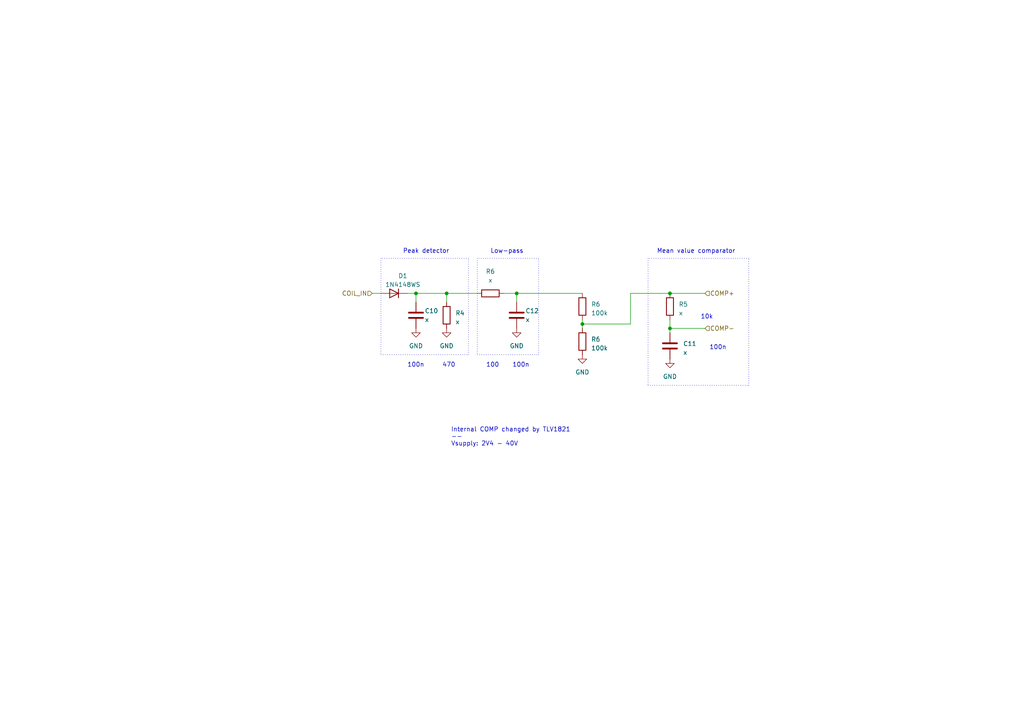
<source format=kicad_sch>
(kicad_sch (version 20230121) (generator eeschema)
  (paper "A4")
  (lib_symbols
    (symbol "Device:C" (pin_numbers hide) (pin_names (offset 0.254))
      (property "Reference" "C" (at 0.635 2.54 0))
      (property "Value" "C" (at 0.635 -2.54 0))
      (symbol "C_0_1"
        (polyline (pts (xy -2.032 -0.762) (xy 2.032 -0.762)) (stroke (width 0.508)))
        (polyline (pts (xy -2.032 0.762) (xy 2.032 0.762)) (stroke (width 0.508)))
      )
      (symbol "C_1_1"
        (pin passive line (at 0 3.81 270) (length 2.794) (name "~") (number "1"))
        (pin passive line (at 0 -3.81 90) (length 2.794) (name "~") (number "2"))
      )
    )
    (symbol "Device:R" (pin_numbers hide) (pin_names (offset 0))
      (property "Reference" "R" (at 2.032 0 90))
      (property "Value" "R" (at 0 0 90))
      (symbol "R_0_1"
        (rectangle (start -1.016 -2.54) (end 1.016 2.54) (stroke (width 0.254)))
      )
      (symbol "R_1_1"
        (pin passive line (at 0 3.81 270) (length 1.27) (name "~") (number "1"))
        (pin passive line (at 0 -3.81 90) (length 1.27) (name "~") (number "2"))
      )
    )
    (symbol "Diode:1N4148WS" (pin_numbers hide) (pin_names hide)
      (property "Reference" "D" (at 0 2.54 0))
      (property "Value" "1N4148WS" (at 0 -2.54 0))
      (symbol "1N4148WS_0_1"
        (polyline (pts (xy -1.27 1.27) (xy -1.27 -1.27)) (stroke (width 0.254)))
        (polyline (pts (xy 1.27 0) (xy -1.27 0)))
        (polyline (pts (xy 1.27 1.27) (xy 1.27 -1.27) (xy -1.27 0) (xy 1.27 1.27)) (stroke (width 0.254)))
      )
      (symbol "1N4148WS_1_1"
        (pin passive line (at -3.81 0 0) (length 2.54) (name "K") (number "1"))
        (pin passive line (at 3.81 0 180) (length 2.54) (name "A") (number "2"))
      )
    )
    (symbol "power:GND" (power) (pin_names (offset 0))
      (property "Value" "GND" (at 0 -3.81 0))
      (symbol "GND_0_1"
        (polyline (pts (xy 0 0) (xy 0 -1.27) (xy 1.27 -1.27) (xy 0 -2.54) (xy -1.27 -1.27) (xy 0 -1.27)))
      )
      (symbol "GND_1_1"
        (pin power_in line (at 0 0 270) (length 0) hide (name "GND") (number "1"))
      )
    )
  )
  (junction (at 168.91 93.98))
  (junction (at 194.31 85.09))
  (junction (at 149.86 85.09))
  (junction (at 129.54 85.09))
  (junction (at 120.65 85.09))
  (junction (at 194.31 95.25))
  (wire (pts (xy 194.31 85.09) (xy 204.47 85.09)))
  (wire (pts (xy 182.88 85.09) (xy 194.31 85.09)))
  (wire (pts (xy 107.95 85.09) (xy 110.49 85.09)))
  (wire (pts (xy 120.65 85.09) (xy 129.54 85.09)))
  (polyline (pts (xy 217.17 74.93) (xy 187.96 74.93)) (stroke (width 0) (type dot)))
  (wire (pts (xy 182.88 93.98) (xy 182.88 85.09)))
  (wire (pts (xy 149.86 85.09) (xy 149.86 87.63)))
  (wire (pts (xy 194.31 92.71) (xy 194.31 95.25)))
  (wire (pts (xy 129.54 85.09) (xy 138.43 85.09)))
  (wire (pts (xy 118.11 85.09) (xy 120.65 85.09)))
  (wire (pts (xy 129.54 85.09) (xy 129.54 87.63)))
  (wire (pts (xy 194.31 95.25) (xy 194.31 96.52)))
  (polyline (pts (xy 138.43 74.93) (xy 138.43 102.87)) (stroke (width 0) (type dot)))
  (polyline (pts (xy 110.49 74.93) (xy 110.49 102.87)) (stroke (width 0) (type dot)))
  (wire (pts (xy 168.91 93.98) (xy 182.88 93.98)))
  (polyline (pts (xy 135.89 102.87) (xy 135.89 74.93)) (stroke (width 0) (type dot)))
  (polyline (pts (xy 135.89 74.93) (xy 110.49 74.93)) (stroke (width 0) (type dot)))
  (wire (pts (xy 146.05 85.09) (xy 149.86 85.09)))
  (wire (pts (xy 194.31 95.25) (xy 204.47 95.25)))
  (wire (pts (xy 149.86 85.09) (xy 168.91 85.09)))
  (polyline (pts (xy 138.43 102.87) (xy 156.21 102.87)) (stroke (width 0) (type dot)))
  (polyline (pts (xy 217.17 111.76) (xy 217.17 74.93)) (stroke (width 0) (type dot)))
  (wire (pts (xy 168.91 92.71) (xy 168.91 93.98)))
  (wire (pts (xy 120.65 85.09) (xy 120.65 87.63)))
  (polyline (pts (xy 110.49 102.87) (xy 135.89 102.87)) (stroke (width 0) (type dot)))
  (wire (pts (xy 168.91 93.98) (xy 168.91 95.25)))
  (polyline (pts (xy 187.96 74.93) (xy 187.96 111.76)) (stroke (width 0) (type dot)))
  (polyline (pts (xy 187.96 111.76) (xy 217.17 111.76)) (stroke (width 0) (type dot)))
  (polyline (pts (xy 156.21 102.87) (xy 156.21 74.93)) (stroke (width 0) (type dot)))
  (polyline (pts (xy 156.21 74.93) (xy 138.43 74.93)) (stroke (width 0) (type dot)))
  (text "Internal COMP changed by TLV1821\n--\nVsupply: 2V4 - 40V" (at 130.81 129.54 0) (effects (font (size 1.27 1.27)) (justify left bottom)))
  (text "100n" (at 205.74 101.6 0) (effects (font (size 1.27 1.27)) (justify left bottom)))
  (text "100n" (at 118.11 106.68 0) (effects (font (size 1.27 1.27)) (justify left bottom)))
  (text "100n" (at 148.59 106.68 0) (effects (font (size 1.27 1.27)) (justify left bottom)))
  (text "10k" (at 203.2 92.71 0) (effects (font (size 1.27 1.27)) (justify left bottom)))
  (text "Low-pass" (at 142.24 73.66 0) (effects (font (size 1.27 1.27)) (justify left bottom)))
  (text "100" (at 140.97 106.68 0) (effects (font (size 1.27 1.27)) (justify left bottom)))
  (text "Peak detector" (at 116.84 73.66 0) (effects (font (size 1.27 1.27)) (justify left bottom)))
  (text "Mean value comparator" (at 190.5 73.66 0) (effects (font (size 1.27 1.27)) (justify left bottom)))
  (text "470" (at 128.27 106.68 0) (effects (font (size 1.27 1.27)) (justify left bottom)))
  (hierarchical_label "COIL_IN" (shape input) (at 107.95 85.09 180))
  (hierarchical_label "COMP-" (shape input) (at 204.47 95.25 0))
  (hierarchical_label "COMP+" (shape input) (at 204.47 85.09 0))
  (symbol (lib_id "power:GND") (at 168.91 102.87 0) (unit 1)
    (property "Reference" "#PWR014" (effects hide))
    (property "Value" "GND" (at 168.91 107.95 0))
    (instances (project "mcu" (path "" (reference "#PWR014") (unit 1))) (project "driver_prereg_combined" (path "" (reference "#PWR022") (unit 1))))
  )
  (symbol (lib_id "Device:C") (at 120.65 91.44 0) (unit 1)
    (property "Reference" "C10" (at 123.19 90.17 0) (effects (justify left)))
    (property "Value" "x" (at 123.19 92.71 0) (effects (justify left)))
    (property "Footprint" "Capacitor_SMD:C_0603_1608Metric_Pad1.08x0.95mm_HandSolder" (effects hide))
    (instances (project "mcu" (path "" (reference "C10") (unit 1))) (project "driver_prereg_combined" (path "" (reference "C36") (unit 1))))
  )
  (symbol (lib_id "Device:C") (at 194.31 100.33 0) (unit 1)
    (property "Reference" "C11" (at 198.12 99.695 0) (effects (justify left)))
    (property "Value" "x" (at 198.12 102.235 0) (effects (justify left)))
    (property "Footprint" "Capacitor_SMD:C_0603_1608Metric_Pad1.08x0.95mm_HandSolder" (effects hide))
    (instances (project "mcu" (path "" (reference "C11") (unit 1))) (project "driver_prereg_combined" (path "" (reference "C38") (unit 1))))
  )
  (symbol (lib_id "Device:R") (at 129.54 91.44 0) (unit 1)
    (property "Reference" "R4" (at 132.08 90.805 0) (effects (justify left)))
    (property "Value" "x" (at 132.08 93.345 0) (effects (justify left)))
    (property "Footprint" "Resistor_SMD:R_0603_1608Metric_Pad0.98x0.95mm_HandSolder" (effects hide))
    (instances (project "mcu" (path "" (reference "R4") (unit 1))) (project "driver_prereg_combined" (path "" (reference "R21") (unit 1))))
  )
  (symbol (lib_id "Device:R") (at 194.31 88.9 0) (unit 1)
    (property "Reference" "R5" (at 196.85 88.265 0) (effects (justify left)))
    (property "Value" "x" (at 196.85 90.805 0) (effects (justify left)))
    (property "Footprint" "Resistor_SMD:R_0603_1608Metric_Pad0.98x0.95mm_HandSolder" (effects hide))
    (instances (project "mcu" (path "" (reference "R5") (unit 1))) (project "driver_prereg_combined" (path "" (reference "R23") (unit 1))))
  )
  (symbol (lib_id "power:GND") (at 194.31 104.14 0) (unit 1)
    (property "Reference" "#PWR014" (effects hide))
    (property "Value" "GND" (at 194.31 109.22 0))
    (instances (project "mcu" (path "" (reference "#PWR014") (unit 1))) (project "driver_prereg_combined" (path "" (reference "#PWR050") (unit 1))))
  )
  (symbol (lib_id "power:GND") (at 149.86 95.25 0) (unit 1)
    (property "Reference" "#PWR015" (effects hide))
    (property "Value" "GND" (at 149.86 100.33 0))
    (instances (project "mcu" (path "" (reference "#PWR015") (unit 1))) (project "driver_prereg_combined" (path "" (reference "#PWR049") (unit 1))))
  )
  (symbol (lib_id "power:GND") (at 120.65 95.25 0) (unit 1)
    (property "Reference" "#PWR012" (effects hide))
    (property "Value" "GND" (at 120.65 100.33 0))
    (instances (project "mcu" (path "" (reference "#PWR012") (unit 1))) (project "driver_prereg_combined" (path "" (reference "#PWR047") (unit 1))))
  )
  (symbol (lib_id "Device:C") (at 149.86 91.44 0) (unit 1)
    (property "Reference" "C12" (at 152.4 90.17 0) (effects (justify left)))
    (property "Value" "x" (at 152.4 92.71 0) (effects (justify left)))
    (property "Footprint" "Capacitor_SMD:C_0603_1608Metric_Pad1.08x0.95mm_HandSolder" (effects hide))
    (instances (project "mcu" (path "" (reference "C12") (unit 1))) (project "driver_prereg_combined" (path "" (reference "C37") (unit 1))))
  )
  (symbol (lib_id "Device:R") (at 168.91 99.06 180) (unit 1)
    (property "Reference" "R6" (at 171.45 98.425 0) (effects (justify right)))
    (property "Value" "100k" (at 171.45 100.965 0) (effects (justify right)))
    (property "Footprint" "Resistor_SMD:R_0603_1608Metric_Pad0.98x0.95mm_HandSolder" (effects hide))
    (instances (project "mcu" (path "" (reference "R6") (unit 1))) (project "driver_prereg_combined" (path "" (reference "R33") (unit 1))))
  )
  (symbol (lib_id "Diode:1N4148WS") (at 114.3 85.09 180) (unit 1)
    (property "Reference" "D1" (at 116.84 80.01 0))
    (property "Value" "1N4148WS" (at 116.84 82.55 0))
    (property "Footprint" "Diode_SMD:D_SOD-523" (effects hide))
    (property "Datasheet" "https://www.vishay.com/docs/85751/1n4148ws.pdf" (effects hide))
    (property "Sim.Device" "D" (effects hide))
    (property "Sim.Pins" "1=K 2=A" (effects hide))
    (instances (project "mcu" (path "" (reference "D1") (unit 1))) (project "driver_prereg_combined" (path "" (reference "D6") (unit 1))))
  )
  (symbol (lib_id "Device:R") (at 168.91 88.9 180) (unit 1)
    (property "Reference" "R6" (at 171.45 88.265 0) (effects (justify right)))
    (property "Value" "100k" (at 171.45 90.805 0) (effects (justify right)))
    (property "Footprint" "Resistor_SMD:R_0603_1608Metric_Pad0.98x0.95mm_HandSolder" (effects hide))
    (instances (project "mcu" (path "" (reference "R6") (unit 1))) (project "driver_prereg_combined" (path "" (reference "R32") (unit 1))))
  )
  (symbol (lib_id "Device:R") (at 142.24 85.09 90) (unit 1)
    (property "Reference" "R6" (at 142.24 78.74 90))
    (property "Value" "x" (at 142.24 81.28 90))
    (property "Footprint" "Resistor_SMD:R_0603_1608Metric_Pad0.98x0.95mm_HandSolder" (effects hide))
    (instances (project "mcu" (path "" (reference "R6") (unit 1))) (project "driver_prereg_combined" (path "" (reference "R22") (unit 1))))
  )
  (symbol (lib_id "power:GND") (at 129.54 95.25 0) (unit 1)
    (property "Reference" "#PWR013" (effects hide))
    (property "Value" "GND" (at 129.54 100.33 0))
    (instances (project "mcu" (path "" (reference "#PWR013") (unit 1))) (project "driver_prereg_combined" (path "" (reference "#PWR048") (unit 1))))
  )
)
</source>
